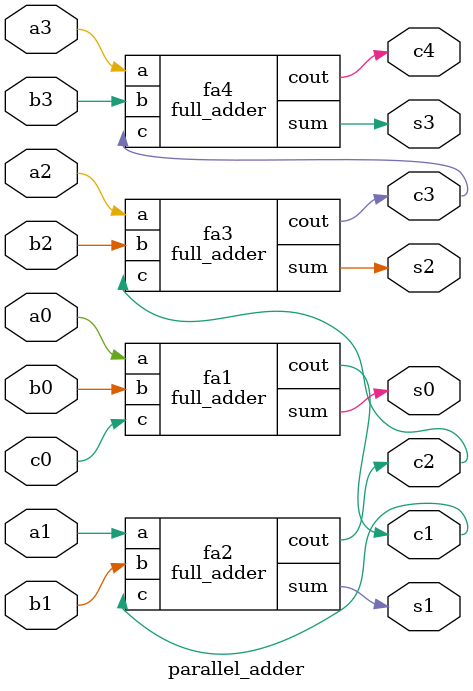
<source format=v>
module full_adder(sum,cout,a,b,c);
  output sum,cout;
  input a,b,c;
  wire y1,y2,y3,y4;
  xor g1(y1,a,b);
  and g2(y2,a,b);
  xor g3(sum,y1,c);
  and g4(y3,y1,c);
  or g5(cout,y3,y2);
endmodule

module parallel_adder(s3,s2,s1,s0,c4,c3,c2,c1,c0,a3,a2,a1,a0,b3,b2,b1,b0);
  output s3,s2,s1,s0,c4,c3,c2,c1;
  input a3,a2,a1,a0,b3,b2,b1,b0,c0;
  full_adder fa1(s0,c1,a0,b0,c0);
  full_adder fa2(s1,c2,a1,b1,c1);
  full_adder fa3(s2,c3,a2,b2,c2);
  full_adder fa4(s3,c4,a3,b3,c3);
endmodule

</source>
